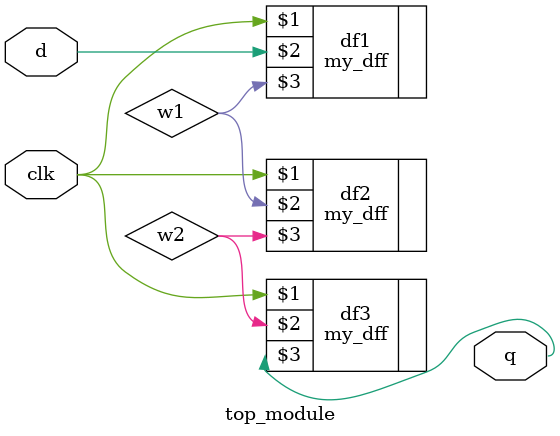
<source format=v>
module top_module ( input clk, input d, output q );
    wire w1,w2;
    my_dff df1(clk,d,w1);
    my_dff df2(clk,w1,w2);
    my_dff df3(clk,w2,q);
   
endmodule

</source>
